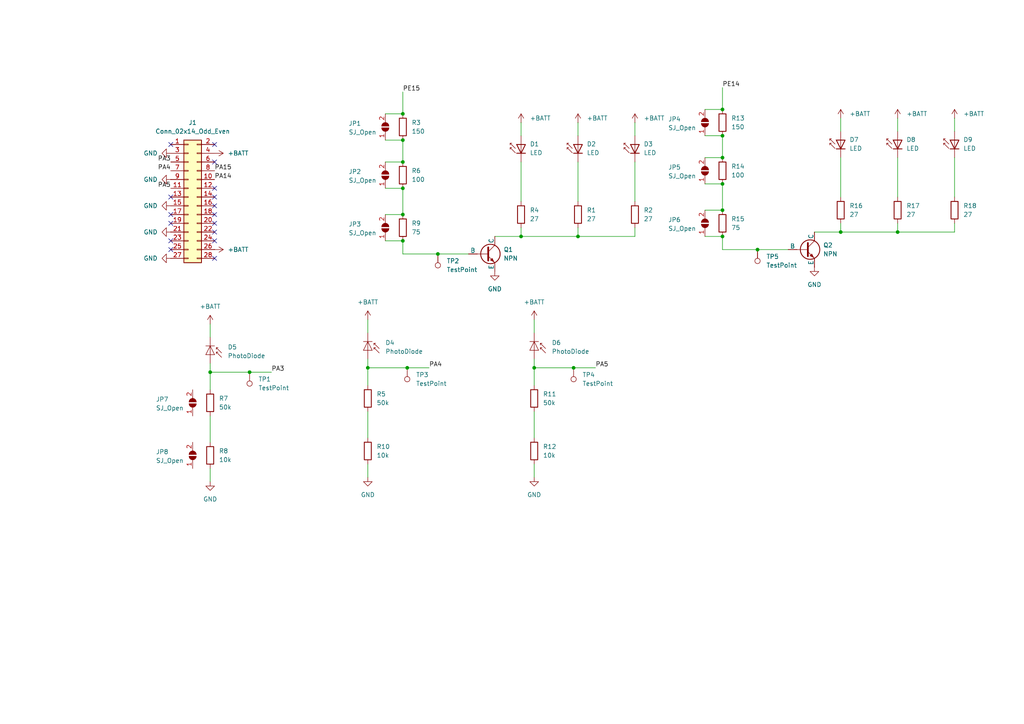
<source format=kicad_sch>
(kicad_sch (version 20231120) (generator "eeschema") (generator_version "8.0")
  (paper "A4")
  (lib_symbols
    (symbol "Connector:TestPoint" (pin_numbers hide) (pin_names (offset 0.762) hide)
      (property "Reference" "TP" (at 0 6.858 0))
      (property "Value" "TestPoint" (at 0 5.08 0))
      (symbol "TestPoint_0_1"
        (circle (center 0 3.302) (radius 0.762))
      )
      (symbol "TestPoint_1_1"
        (pin passive line (at 0 0 90) (length 2.54) (name "1") (number "1"))
      )
    )
    (symbol "Connector_Generic:Conn_02x14_Odd_Even" (pin_names (offset 1.016) hide)
      (property "Reference" "J" (at 1.27 17.78 0))
      (property "Value" "Conn_02x14_Odd_Even" (at 1.27 -20.32 0))
      (symbol "Conn_02x14_Odd_Even_1_1"
        (rectangle (start -1.27 -17.653) (end 0 -17.907) (stroke (width 0.1524)))
        (rectangle (start -1.27 -15.113) (end 0 -15.367) (stroke (width 0.1524)))
        (rectangle (start -1.27 -12.573) (end 0 -12.827) (stroke (width 0.1524)))
        (rectangle (start -1.27 -10.033) (end 0 -10.287) (stroke (width 0.1524)))
        (rectangle (start -1.27 -7.493) (end 0 -7.747) (stroke (width 0.1524)))
        (rectangle (start -1.27 -4.953) (end 0 -5.207) (stroke (width 0.1524)))
        (rectangle (start -1.27 -2.413) (end 0 -2.667) (stroke (width 0.1524)))
        (rectangle (start -1.27 0.127) (end 0 -0.127) (stroke (width 0.1524)))
        (rectangle (start -1.27 2.667) (end 0 2.413) (stroke (width 0.1524)))
        (rectangle (start -1.27 5.207) (end 0 4.953) (stroke (width 0.1524)))
        (rectangle (start -1.27 7.747) (end 0 7.493) (stroke (width 0.1524)))
        (rectangle (start -1.27 10.287) (end 0 10.033) (stroke (width 0.1524)))
        (rectangle (start -1.27 12.827) (end 0 12.573) (stroke (width 0.1524)))
        (rectangle (start -1.27 15.367) (end 0 15.113) (stroke (width 0.1524)))
        (rectangle (start -1.27 16.51) (end 3.81 -19.05) (stroke (width 0.254)) (fill (type background)))
        (rectangle (start 3.81 -17.653) (end 2.54 -17.907) (stroke (width 0.1524)))
        (rectangle (start 3.81 -15.113) (end 2.54 -15.367) (stroke (width 0.1524)))
        (rectangle (start 3.81 -12.573) (end 2.54 -12.827) (stroke (width 0.1524)))
        (rectangle (start 3.81 -10.033) (end 2.54 -10.287) (stroke (width 0.1524)))
        (rectangle (start 3.81 -7.493) (end 2.54 -7.747) (stroke (width 0.1524)))
        (rectangle (start 3.81 -4.953) (end 2.54 -5.207) (stroke (width 0.1524)))
        (rectangle (start 3.81 -2.413) (end 2.54 -2.667) (stroke (width 0.1524)))
        (rectangle (start 3.81 0.127) (end 2.54 -0.127) (stroke (width 0.1524)))
        (rectangle (start 3.81 2.667) (end 2.54 2.413) (stroke (width 0.1524)))
        (rectangle (start 3.81 5.207) (end 2.54 4.953) (stroke (width 0.1524)))
        (rectangle (start 3.81 7.747) (end 2.54 7.493) (stroke (width 0.1524)))
        (rectangle (start 3.81 10.287) (end 2.54 10.033) (stroke (width 0.1524)))
        (rectangle (start 3.81 12.827) (end 2.54 12.573) (stroke (width 0.1524)))
        (rectangle (start 3.81 15.367) (end 2.54 15.113) (stroke (width 0.1524)))
        (pin passive line (at -5.08 15.24 0) (length 3.81) (name "Pin_1") (number "1"))
        (pin passive line (at 7.62 5.08 180) (length 3.81) (name "Pin_10") (number "10"))
        (pin passive line (at -5.08 2.54 0) (length 3.81) (name "Pin_11") (number "11"))
        (pin passive line (at 7.62 2.54 180) (length 3.81) (name "Pin_12") (number "12"))
        (pin passive line (at -5.08 0 0) (length 3.81) (name "Pin_13") (number "13"))
        (pin passive line (at 7.62 0 180) (length 3.81) (name "Pin_14") (number "14"))
        (pin passive line (at -5.08 -2.54 0) (length 3.81) (name "Pin_15") (number "15"))
        (pin passive line (at 7.62 -2.54 180) (length 3.81) (name "Pin_16") (number "16"))
        (pin passive line (at -5.08 -5.08 0) (length 3.81) (name "Pin_17") (number "17"))
        (pin passive line (at 7.62 -5.08 180) (length 3.81) (name "Pin_18") (number "18"))
        (pin passive line (at -5.08 -7.62 0) (length 3.81) (name "Pin_19") (number "19"))
        (pin passive line (at 7.62 15.24 180) (length 3.81) (name "Pin_2") (number "2"))
        (pin passive line (at 7.62 -7.62 180) (length 3.81) (name "Pin_20") (number "20"))
        (pin passive line (at -5.08 -10.16 0) (length 3.81) (name "Pin_21") (number "21"))
        (pin passive line (at 7.62 -10.16 180) (length 3.81) (name "Pin_22") (number "22"))
        (pin passive line (at -5.08 -12.7 0) (length 3.81) (name "Pin_23") (number "23"))
        (pin passive line (at 7.62 -12.7 180) (length 3.81) (name "Pin_24") (number "24"))
        (pin passive line (at -5.08 -15.24 0) (length 3.81) (name "Pin_25") (number "25"))
        (pin passive line (at 7.62 -15.24 180) (length 3.81) (name "Pin_26") (number "26"))
        (pin passive line (at -5.08 -17.78 0) (length 3.81) (name "Pin_27") (number "27"))
        (pin passive line (at 7.62 -17.78 180) (length 3.81) (name "Pin_28") (number "28"))
        (pin passive line (at -5.08 12.7 0) (length 3.81) (name "Pin_3") (number "3"))
        (pin passive line (at 7.62 12.7 180) (length 3.81) (name "Pin_4") (number "4"))
        (pin passive line (at -5.08 10.16 0) (length 3.81) (name "Pin_5") (number "5"))
        (pin passive line (at 7.62 10.16 180) (length 3.81) (name "Pin_6") (number "6"))
        (pin passive line (at -5.08 7.62 0) (length 3.81) (name "Pin_7") (number "7"))
        (pin passive line (at 7.62 7.62 180) (length 3.81) (name "Pin_8") (number "8"))
        (pin passive line (at -5.08 5.08 0) (length 3.81) (name "Pin_9") (number "9"))
      )
    )
    (symbol "Device:R" (pin_numbers hide) (pin_names (offset 0))
      (property "Reference" "R" (at 2.032 0 90))
      (property "Value" "R" (at 0 0 90))
      (symbol "R_0_1"
        (rectangle (start -1.016 -2.54) (end 1.016 2.54) (stroke (width 0.254)))
      )
      (symbol "R_1_1"
        (pin passive line (at 0 3.81 270) (length 1.27) (name "~") (number "1"))
        (pin passive line (at 0 -3.81 90) (length 1.27) (name "~") (number "2"))
      )
    )
    (symbol "Jumper:SolderJumper_2_Open" (pin_names (offset 0) hide)
      (property "Reference" "JP" (at 0 2.032 0))
      (property "Value" "SolderJumper_2_Open" (at 0 -2.54 0))
      (symbol "SolderJumper_2_Open_0_1"
        (arc (start -0.254 1.016) (mid -1.2656 0) (end -0.254 -1.016))
        (arc (start -0.254 1.016) (mid -1.2656 0) (end -0.254 -1.016) (fill (type outline)))
        (polyline (pts (xy -0.254 1.016) (xy -0.254 -1.016)))
        (polyline (pts (xy 0.254 1.016) (xy 0.254 -1.016)))
        (arc (start 0.254 -1.016) (mid 1.2656 0) (end 0.254 1.016))
        (arc (start 0.254 -1.016) (mid 1.2656 0) (end 0.254 1.016) (fill (type outline)))
      )
      (symbol "SolderJumper_2_Open_1_1"
        (pin passive line (at -3.81 0 0) (length 2.54) (name "A") (number "1"))
        (pin passive line (at 3.81 0 180) (length 2.54) (name "B") (number "2"))
      )
    )
    (symbol "LED:TSAL4400" (pin_numbers hide) (pin_names (offset 1.016) hide)
      (property "Reference" "D" (at 0.508 1.778 0))
      (property "Value" "TSAL4400" (at -1.016 -2.794 0))
      (symbol "TSAL4400_0_1"
        (polyline (pts (xy -2.54 1.27) (xy -2.54 -1.27)) (stroke (width 0.254)))
        (polyline (pts (xy 0 0) (xy -2.54 0)))
        (polyline (pts (xy 0.381 3.175) (xy -0.127 3.175)))
        (polyline (pts (xy -1.143 1.651) (xy 0.381 3.175) (xy 0.381 2.667)))
        (polyline (pts (xy 0 1.27) (xy -2.54 0) (xy 0 -1.27) (xy 0 1.27)) (stroke (width 0.254)))
        (polyline (pts (xy -2.413 1.651) (xy -0.889 3.175) (xy -0.889 2.667) (xy -0.889 3.175) (xy -1.397 3.175)))
      )
      (symbol "TSAL4400_1_1"
        (pin passive line (at -5.08 0 0) (length 2.54) (name "K") (number "1"))
        (pin passive line (at 2.54 0 180) (length 2.54) (name "A") (number "2"))
      )
    )
    (symbol "Sensor_Optical:SFH205F" (pin_numbers hide) (pin_names (offset 1.016) hide)
      (property "Reference" "D" (at 0.508 1.778 0))
      (property "Value" "SFH205F" (at -1.016 -2.794 0))
      (symbol "SFH205F_0_1"
        (polyline (pts (xy -2.54 1.27) (xy -2.54 -1.27)) (stroke (width 0.1524)))
        (polyline (pts (xy -2.032 1.778) (xy -1.524 1.778)))
        (polyline (pts (xy 0 0) (xy -2.54 0)))
        (polyline (pts (xy 0 1.27) (xy 0 -1.27)))
        (polyline (pts (xy -0.508 3.302) (xy -2.032 1.778) (xy -2.032 2.286)))
        (polyline (pts (xy 0 1.27) (xy -2.54 0) (xy 0 -1.27)))
        (polyline (pts (xy 0.762 3.302) (xy -0.762 1.778) (xy -0.762 2.286) (xy -0.762 1.778) (xy -0.254 1.778)))
      )
      (symbol "SFH205F_1_1"
        (pin passive line (at -5.08 0 0) (length 2.54) (name "K") (number "1"))
        (pin passive line (at 2.54 0 180) (length 2.54) (name "A") (number "2"))
      )
    )
    (symbol "Simulation_SPICE:NPN" (pin_numbers hide) (pin_names (offset 0))
      (property "Reference" "Q" (at -2.54 7.62 0))
      (property "Value" "NPN" (at -2.54 5.08 0))
      (symbol "NPN_0_1"
        (polyline (pts (xy -2.54 0) (xy 0.635 0)) (stroke (width 0.1524)))
        (polyline (pts (xy 0.635 0.635) (xy 2.54 2.54)))
        (polyline (pts (xy 2.794 -1.27) (xy 2.794 -1.27)) (stroke (width 0.1524)))
        (polyline (pts (xy 2.794 -1.27) (xy 2.794 -1.27)) (stroke (width 0.1524)))
        (polyline (pts (xy 0.635 -0.635) (xy 2.54 -2.54) (xy 2.54 -2.54)))
        (polyline (pts (xy 0.635 1.905) (xy 0.635 -1.905) (xy 0.635 -1.905)) (stroke (width 0.508)))
        (polyline (pts (xy 1.27 -1.778) (xy 1.778 -1.27) (xy 2.286 -2.286) (xy 1.27 -1.778) (xy 1.27 -1.778)) (fill (type outline)))
        (circle (center 1.27 0) (radius 2.8194) (stroke (width 0.254)))
      )
      (symbol "NPN_1_1"
        (pin open_collector line (at 2.54 5.08 270) (length 2.54) (name "C") (number "1"))
        (pin input line (at -5.08 0 0) (length 2.54) (name "B") (number "2"))
        (pin open_emitter line (at 2.54 -5.08 90) (length 2.54) (name "E") (number "3"))
      )
    )
    (symbol "power:+BATT" (power) (pin_numbers hide) (pin_names (offset 0) hide)
      (property "Value" "+BATT" (at 0 3.556 0))
      (symbol "+BATT_0_1"
        (polyline (pts (xy -0.762 1.27) (xy 0 2.54)))
        (polyline (pts (xy 0 0) (xy 0 2.54)))
        (polyline (pts (xy 0 2.54) (xy 0.762 1.27)))
      )
      (symbol "+BATT_1_1"
        (pin power_in line (at 0 0 90) (length 0) (name "~") (number "1"))
      )
    )
    (symbol "power:GND" (power) (pin_numbers hide) (pin_names (offset 0) hide)
      (property "Value" "GND" (at 0 -3.81 0))
      (symbol "GND_0_1"
        (polyline (pts (xy 0 0) (xy 0 -1.27) (xy 1.27 -1.27) (xy 0 -2.54) (xy -1.27 -1.27) (xy 0 -1.27)))
      )
      (symbol "GND_1_1"
        (pin power_in line (at 0 0 270) (length 0) (name "~") (number "1"))
      )
    )
    (symbol "power:VCC" (power) (pin_numbers hide) (pin_names (offset 0) hide)
      (property "Value" "VCC" (at 0 3.556 0))
      (symbol "VCC_0_1"
        (polyline (pts (xy -0.762 1.27) (xy 0 2.54)))
        (polyline (pts (xy 0 0) (xy 0 2.54)))
        (polyline (pts (xy 0 2.54) (xy 0.762 1.27)))
      )
      (symbol "VCC_1_1"
        (pin power_in line (at 0 0 90) (length 0) (name "~") (number "1"))
      )
    )
  )
  (junction (at 166.37 106.68))
  (junction (at 260.35 67.31))
  (junction (at 116.84 33.02))
  (junction (at 209.55 39.37))
  (junction (at 209.55 53.34))
  (junction (at 209.55 31.75))
  (junction (at 106.68 106.68))
  (junction (at 72.39 107.95))
  (junction (at 243.84 67.31))
  (junction (at 60.96 107.95))
  (junction (at 209.55 45.72))
  (junction (at 118.11 106.68))
  (junction (at 209.55 68.58))
  (junction (at 116.84 54.61))
  (junction (at 116.84 40.64))
  (junction (at 167.64 68.58))
  (junction (at 151.13 68.58))
  (junction (at 154.94 106.68))
  (junction (at 116.84 69.85))
  (junction (at 116.84 46.99))
  (junction (at 219.71 72.39))
  (junction (at 127 73.66))
  (junction (at 116.84 62.23))
  (junction (at 209.55 60.96))
  (no_connect (at 62.23 67.31))
  (no_connect (at 62.23 59.69))
  (no_connect (at 62.23 46.99))
  (no_connect (at 62.23 54.61))
  (no_connect (at 49.53 64.77))
  (no_connect (at 49.53 69.85))
  (no_connect (at 49.53 72.39))
  (no_connect (at 62.23 64.77))
  (no_connect (at 62.23 74.93))
  (no_connect (at 62.23 41.91))
  (no_connect (at 49.53 57.15))
  (no_connect (at 49.53 41.91))
  (no_connect (at 62.23 57.15))
  (no_connect (at 62.23 62.23))
  (no_connect (at 49.53 62.23))
  (no_connect (at 62.23 69.85))
  (wire (pts (xy 111.76 54.61) (xy 116.84 54.61)))
  (wire (pts (xy 204.47 53.34) (xy 209.55 53.34)))
  (wire (pts (xy 118.11 106.68) (xy 124.46 106.68)))
  (wire (pts (xy 151.13 35.56) (xy 151.13 39.37)))
  (wire (pts (xy 209.55 45.72) (xy 209.55 39.37)))
  (wire (pts (xy 111.76 69.85) (xy 116.84 69.85)))
  (wire (pts (xy 204.47 45.72) (xy 209.55 45.72)))
  (wire (pts (xy 154.94 106.68) (xy 166.37 106.68)))
  (wire (pts (xy 106.68 134.62) (xy 106.68 138.43)))
  (wire (pts (xy 116.84 54.61) (xy 116.84 62.23)))
  (wire (pts (xy 209.55 68.58) (xy 209.55 72.39)))
  (wire (pts (xy 111.76 62.23) (xy 116.84 62.23)))
  (wire (pts (xy 236.22 67.31) (xy 243.84 67.31)))
  (wire (pts (xy 60.96 135.89) (xy 60.96 139.7)))
  (wire (pts (xy 167.64 66.04) (xy 167.64 68.58)))
  (wire (pts (xy 260.35 34.29) (xy 260.35 38.1)))
  (wire (pts (xy 154.94 92.71) (xy 154.94 96.52)))
  (wire (pts (xy 209.55 25.4) (xy 209.55 31.75)))
  (wire (pts (xy 204.47 60.96) (xy 209.55 60.96)))
  (wire (pts (xy 72.39 107.95) (xy 78.74 107.95)))
  (wire (pts (xy 60.96 93.98) (xy 60.96 97.79)))
  (wire (pts (xy 260.35 64.77) (xy 260.35 67.31)))
  (wire (pts (xy 243.84 34.29) (xy 243.84 38.1)))
  (wire (pts (xy 276.86 45.72) (xy 276.86 57.15)))
  (wire (pts (xy 154.94 119.38) (xy 154.94 127)))
  (wire (pts (xy 151.13 66.04) (xy 151.13 68.58)))
  (wire (pts (xy 154.94 106.68) (xy 154.94 111.76)))
  (wire (pts (xy 116.84 46.99) (xy 116.84 40.64)))
  (wire (pts (xy 219.71 72.39) (xy 228.6 72.39)))
  (wire (pts (xy 60.96 105.41) (xy 60.96 107.95)))
  (wire (pts (xy 276.86 34.29) (xy 276.86 38.1)))
  (wire (pts (xy 111.76 46.99) (xy 116.84 46.99)))
  (wire (pts (xy 243.84 64.77) (xy 243.84 67.31)))
  (wire (pts (xy 167.64 68.58) (xy 184.15 68.58)))
  (wire (pts (xy 204.47 68.58) (xy 209.55 68.58)))
  (wire (pts (xy 60.96 120.65) (xy 60.96 128.27)))
  (wire (pts (xy 166.37 106.68) (xy 172.72 106.68)))
  (wire (pts (xy 184.15 66.04) (xy 184.15 68.58)))
  (wire (pts (xy 143.51 68.58) (xy 151.13 68.58)))
  (wire (pts (xy 184.15 46.99) (xy 184.15 58.42)))
  (wire (pts (xy 127 73.66) (xy 135.89 73.66)))
  (wire (pts (xy 106.68 119.38) (xy 106.68 127)))
  (wire (pts (xy 276.86 64.77) (xy 276.86 67.31)))
  (wire (pts (xy 60.96 107.95) (xy 72.39 107.95)))
  (wire (pts (xy 167.64 46.99) (xy 167.64 58.42)))
  (wire (pts (xy 154.94 134.62) (xy 154.94 138.43)))
  (wire (pts (xy 204.47 39.37) (xy 209.55 39.37)))
  (wire (pts (xy 151.13 68.58) (xy 167.64 68.58)))
  (wire (pts (xy 151.13 46.99) (xy 151.13 58.42)))
  (wire (pts (xy 116.84 73.66) (xy 127 73.66)))
  (wire (pts (xy 116.84 26.67) (xy 116.84 33.02)))
  (wire (pts (xy 106.68 104.14) (xy 106.68 106.68)))
  (wire (pts (xy 167.64 35.56) (xy 167.64 39.37)))
  (wire (pts (xy 260.35 45.72) (xy 260.35 57.15)))
  (wire (pts (xy 60.96 107.95) (xy 60.96 113.03)))
  (wire (pts (xy 111.76 40.64) (xy 116.84 40.64)))
  (wire (pts (xy 243.84 67.31) (xy 260.35 67.31)))
  (wire (pts (xy 204.47 31.75) (xy 209.55 31.75)))
  (wire (pts (xy 184.15 35.56) (xy 184.15 39.37)))
  (wire (pts (xy 111.76 33.02) (xy 116.84 33.02)))
  (wire (pts (xy 154.94 104.14) (xy 154.94 106.68)))
  (wire (pts (xy 116.84 69.85) (xy 116.84 73.66)))
  (wire (pts (xy 243.84 45.72) (xy 243.84 57.15)))
  (wire (pts (xy 106.68 106.68) (xy 118.11 106.68)))
  (wire (pts (xy 209.55 72.39) (xy 219.71 72.39)))
  (wire (pts (xy 106.68 92.71) (xy 106.68 96.52)))
  (wire (pts (xy 260.35 67.31) (xy 276.86 67.31)))
  (wire (pts (xy 106.68 106.68) (xy 106.68 111.76)))
  (wire (pts (xy 209.55 53.34) (xy 209.55 60.96)))
  (label "PA3" (at 78.74 107.95 0))
  (label "PE14" (at 209.55 25.4 0))
  (label "PA3" (at 49.53 46.99 180))
  (label "PA4" (at 49.53 49.53 180))
  (label "PA5" (at 172.72 106.68 0))
  (label "PE15" (at 116.84 26.67 0))
  (label "PA5" (at 49.53 54.61 180))
  (label "PA14" (at 62.23 52.07 0))
  (label "PA15" (at 62.23 49.53 0))
  (label "PA4" (at 124.46 106.68 0))
  (symbol (lib_id "Sensor_Optical:SFH205F") (at 60.96 102.87 270) (unit 1)
    (property "Reference" "D5" (at 66.04 100.6728 90) (effects (justify left)))
    (property "Value" "PhotoDiode" (at 66.04 103.2128 90) (effects (justify left)))
    (property "Footprint" "LED_THT:LED_D5.0mm_Horizontal_O1.27mm_Z3.0mm" (effects (hide yes)))
  )
  (symbol (lib_id "Connector:TestPoint") (at 166.37 106.68 180) (unit 1)
    (property "Reference" "TP4" (at 168.91 108.7119 0) (effects (justify right)))
    (property "Value" "TestPoint" (at 168.91 111.2519 0) (effects (justify right)))
    (property "Description" "test point" (effects (hide yes)))
  )
  (symbol (lib_id "power:+BATT") (at 60.96 93.98 0) (unit 1)
    (property "Reference" "#PWR010" (effects (hide yes)))
    (property "Value" "+BATT" (at 60.96 88.9 0))
    (property "Description" "Power symbol creates a global label with name \"+BATT\"" (effects (hide yes)))
  )
  (symbol (lib_id "Device:R") (at 260.35 60.96 0) (unit 1)
    (property "Reference" "R17" (at 262.89 59.6899 0) (effects (justify left)))
    (property "Value" "27" (at 262.89 62.2299 0) (effects (justify left)))
    (property "Description" "Resistor" (effects (hide yes)))
  )
  (symbol (lib_id "Device:R") (at 154.94 130.81 0) (unit 1)
    (property "Reference" "R12" (at 157.48 129.5399 0) (effects (justify left)))
    (property "Value" "10k" (at 157.48 132.0799 0) (effects (justify left)))
    (property "Description" "Resistor" (effects (hide yes)))
  )
  (symbol (lib_id "LED:TSAL4400") (at 260.35 40.64 90) (unit 1)
    (property "Reference" "D8" (at 262.89 40.5129 90) (effects (justify right)))
    (property "Value" "LED" (at 262.89 43.0529 90) (effects (justify right)))
    (property "Footprint" "LED_THT:LED_SideEmitter_Rectangular_W4.5mm_H1.6mm" (effects (hide yes)))
  )
  (symbol (lib_id "Sensor_Optical:SFH205F") (at 106.68 101.6 270) (unit 1)
    (property "Reference" "D4" (at 111.76 99.4028 90) (effects (justify left)))
    (property "Value" "PhotoDiode" (at 111.76 101.9428 90) (effects (justify left)))
    (property "Footprint" "LED_THT:LED_D5.0mm_Horizontal_O1.27mm_Z3.0mm" (effects (hide yes)))
  )
  (symbol (lib_id "LED:TSAL4400") (at 151.13 41.91 90) (unit 1)
    (property "Reference" "D1" (at 153.67 41.7829 90) (effects (justify right)))
    (property "Value" "LED" (at 153.67 44.3229 90) (effects (justify right)))
    (property "Footprint" "LED_THT:LED_SideEmitter_Rectangular_W4.5mm_H1.6mm" (effects (hide yes)))
  )
  (symbol (lib_id "power:GND") (at 49.53 44.45 270) (unit 1)
    (property "Reference" "#PWR015" (effects (hide yes)))
    (property "Value" "GND" (at 45.72 44.4499 90) (effects (justify right)))
    (property "Description" "Power symbol creates a global label with name \"GND\" , ground" (effects (hide yes)))
  )
  (symbol (lib_id "power:+BATT") (at 106.68 92.71 0) (unit 1)
    (property "Reference" "#PWR05" (effects (hide yes)))
    (property "Value" "+BATT" (at 106.68 87.63 0))
    (property "Description" "Power symbol creates a global label with name \"+BATT\"" (effects (hide yes)))
  )
  (symbol (lib_id "Connector:TestPoint") (at 219.71 72.39 180) (unit 1)
    (property "Reference" "TP5" (at 222.25 74.4219 0) (effects (justify right)))
    (property "Value" "TestPoint" (at 222.25 76.9619 0) (effects (justify right)))
    (property "Description" "test point" (effects (hide yes)))
  )
  (symbol (lib_id "power:GND") (at 60.96 139.7 0) (unit 1)
    (property "Reference" "#PWR011" (effects (hide yes)))
    (property "Value" "GND" (at 60.96 144.78 0))
    (property "Description" "Power symbol creates a global label with name \"GND\" , ground" (effects (hide yes)))
  )
  (symbol (lib_id "Device:R") (at 167.64 62.23 0) (unit 1)
    (property "Reference" "R1" (at 170.18 60.9599 0) (effects (justify left)))
    (property "Value" "27" (at 170.18 63.4999 0) (effects (justify left)))
    (property "Footprint" "Resistor_SMD:R_0805_2012Metric" (effects (hide yes)))
    (property "Description" "Resistor" (effects (hide yes)))
  )
  (symbol (lib_id "Device:R") (at 116.84 36.83 0) (unit 1)
    (property "Reference" "R3" (at 119.38 35.5599 0) (effects (justify left)))
    (property "Value" "150" (at 119.38 38.0999 0) (effects (justify left)))
    (property "Footprint" "Resistor_SMD:R_0805_2012Metric" (effects (hide yes)))
    (property "Description" "Resistor" (effects (hide yes)))
  )
  (symbol (lib_id "Device:R") (at 209.55 64.77 0) (unit 1)
    (property "Reference" "R15" (at 212.09 63.4999 0) (effects (justify left)))
    (property "Value" "75" (at 212.09 66.0399 0) (effects (justify left)))
    (property "Description" "Resistor" (effects (hide yes)))
  )
  (symbol (lib_id "Device:R") (at 276.86 60.96 0) (unit 1)
    (property "Reference" "R18" (at 279.4 59.6899 0) (effects (justify left)))
    (property "Value" "27" (at 279.4 62.2299 0) (effects (justify left)))
    (property "Description" "Resistor" (effects (hide yes)))
  )
  (symbol (lib_id "Device:R") (at 154.94 115.57 0) (unit 1)
    (property "Reference" "R11" (at 157.48 114.2999 0) (effects (justify left)))
    (property "Value" "50k" (at 157.48 116.8399 0) (effects (justify left)))
    (property "Description" "Resistor" (effects (hide yes)))
  )
  (symbol (lib_id "Connector:TestPoint") (at 127 73.66 180) (unit 1)
    (property "Reference" "TP2" (at 129.54 75.6919 0) (effects (justify right)))
    (property "Value" "TestPoint" (at 129.54 78.2319 0) (effects (justify right)))
    (property "Description" "test point" (effects (hide yes)))
  )
  (symbol (lib_id "power:VCC") (at 276.86 34.29 0) (unit 1)
    (property "Reference" "#PWR021" (effects (hide yes)))
    (property "Value" "+BATT" (at 279.4 33.0199 0) (effects (justify left)))
    (property "Description" "Power symbol creates a global label with name \"VCC\"" (effects (hide yes)))
  )
  (symbol (lib_id "power:GND") (at 143.51 78.74 0) (unit 1)
    (property "Reference" "#PWR04" (effects (hide yes)))
    (property "Value" "GND" (at 143.51 83.82 0))
    (property "Description" "Power symbol creates a global label with name \"GND\" , ground" (effects (hide yes)))
  )
  (symbol (lib_id "Jumper:SolderJumper_2_Open") (at 204.47 64.77 90) (unit 1)
    (property "Reference" "JP6" (at 193.802 63.754 90) (effects (justify right)))
    (property "Value" "SJ_Open" (at 193.802 66.294 90) (effects (justify right)))
    (property "Description" "Solder Jumper, 2-pole, open" (effects (hide yes)))
  )
  (symbol (lib_id "power:VCC") (at 184.15 35.56 0) (unit 1)
    (property "Reference" "#PWR03" (effects (hide yes)))
    (property "Value" "+BATT" (at 186.69 34.2899 0) (effects (justify left)))
    (property "Description" "Power symbol creates a global label with name \"VCC\"" (effects (hide yes)))
  )
  (symbol (lib_id "power:GND") (at 49.53 67.31 270) (unit 1)
    (property "Reference" "#PWR012" (effects (hide yes)))
    (property "Value" "GND" (at 45.72 67.3099 90) (effects (justify right)))
    (property "Description" "Power symbol creates a global label with name \"GND\" , ground" (effects (hide yes)))
  )
  (symbol (lib_id "Simulation_SPICE:NPN") (at 233.68 72.39 0) (unit 1)
    (property "Reference" "Q2" (at 238.76 71.1199 0) (effects (justify left)))
    (property "Value" "NPN" (at 238.76 73.6599 0) (effects (justify left)))
    (property "Datasheet" "https://ngspice.sourceforge.io/docs/ngspice-html-manual/manual.xhtml#cha_BJTs" (effects (hide yes)))
    (property "Description" "Bipolar transistor symbol for simulation only, substrate tied to the emitter" (effects (hide yes)))
    (property "Sim.Device" "NPN" (effects (hide yes)))
    (property "Sim.Type" "GUMMELPOON" (effects (hide yes)))
    (property "Sim.Pins" "1=C 2=B 3=E" (effects (hide yes)))
  )
  (symbol (lib_id "power:GND") (at 106.68 138.43 0) (unit 1)
    (property "Reference" "#PWR06" (effects (hide yes)))
    (property "Value" "GND" (at 106.68 143.51 0))
    (property "Description" "Power symbol creates a global label with name \"GND\" , ground" (effects (hide yes)))
  )
  (symbol (lib_id "Device:R") (at 184.15 62.23 0) (unit 1)
    (property "Reference" "R2" (at 186.69 60.9599 0) (effects (justify left)))
    (property "Value" "27" (at 186.69 63.4999 0) (effects (justify left)))
    (property "Footprint" "Resistor_SMD:R_0805_2012Metric" (effects (hide yes)))
    (property "Description" "Resistor" (effects (hide yes)))
  )
  (symbol (lib_id "Device:R") (at 209.55 49.53 0) (unit 1)
    (property "Reference" "R14" (at 212.09 48.2599 0) (effects (justify left)))
    (property "Value" "100" (at 212.09 50.7999 0) (effects (justify left)))
    (property "Description" "Resistor" (effects (hide yes)))
  )
  (symbol (lib_id "power:VCC") (at 243.84 34.29 0) (unit 1)
    (property "Reference" "#PWR019" (effects (hide yes)))
    (property "Value" "+BATT" (at 246.38 33.0199 0) (effects (justify left)))
    (property "Description" "Power symbol creates a global label with name \"VCC\"" (effects (hide yes)))
  )
  (symbol (lib_id "Jumper:SolderJumper_2_Open") (at 204.47 35.56 90) (unit 1)
    (property "Reference" "JP4" (at 193.802 34.544 90) (effects (justify right)))
    (property "Value" "SJ_Open" (at 193.802 37.084 90) (effects (justify right)))
    (property "Description" "Solder Jumper, 2-pole, open" (effects (hide yes)))
  )
  (symbol (lib_id "power:GND") (at 49.53 74.93 270) (unit 1)
    (property "Reference" "#PWR09" (effects (hide yes)))
    (property "Value" "GND" (at 45.72 74.9299 90) (effects (justify right)))
    (property "Description" "Power symbol creates a global label with name \"GND\" , ground" (effects (hide yes)))
  )
  (symbol (lib_id "power:+BATT") (at 62.23 44.45 270) (unit 1)
    (property "Reference" "#PWR016" (effects (hide yes)))
    (property "Value" "+BATT" (at 66.04 44.4499 90) (effects (justify left)))
    (property "Description" "Power symbol creates a global label with name \"+BATT\"" (effects (hide yes)))
  )
  (symbol (lib_id "Device:R") (at 106.68 115.57 0) (unit 1)
    (property "Reference" "R5" (at 109.22 114.2999 0) (effects (justify left)))
    (property "Value" "50k" (at 109.22 116.8399 0) (effects (justify left)))
    (property "Description" "Resistor" (effects (hide yes)))
  )
  (symbol (lib_id "power:VCC") (at 167.64 35.56 0) (unit 1)
    (property "Reference" "#PWR02" (effects (hide yes)))
    (property "Value" "+BATT" (at 170.18 34.2899 0) (effects (justify left)))
    (property "Description" "Power symbol creates a global label with name \"VCC\"" (effects (hide yes)))
  )
  (symbol (lib_id "Device:R") (at 116.84 66.04 0) (unit 1)
    (property "Reference" "R9" (at 119.38 64.7699 0) (effects (justify left)))
    (property "Value" "75" (at 119.38 67.3099 0) (effects (justify left)))
    (property "Footprint" "Resistor_SMD:R_0805_2012Metric" (effects (hide yes)))
    (property "Description" "Resistor" (effects (hide yes)))
  )
  (symbol (lib_id "LED:TSAL4400") (at 167.64 41.91 90) (unit 1)
    (property "Reference" "D2" (at 170.18 41.7829 90) (effects (justify right)))
    (property "Value" "LED" (at 170.18 44.3229 90) (effects (justify right)))
    (property "Footprint" "LED_THT:LED_SideEmitter_Rectangular_W4.5mm_H1.6mm" (effects (hide yes)))
  )
  (symbol (lib_id "Jumper:SolderJumper_2_Open") (at 111.76 66.04 90) (unit 1)
    (property "Reference" "JP3" (at 101.092 65.024 90) (effects (justify right)))
    (property "Value" "SJ_Open" (at 101.092 67.564 90) (effects (justify right)))
    (property "Footprint" "Jumper:SolderJumper-2_P1.3mm_Open_RoundedPad1.0x1.5mm" (effects (hide yes)))
    (property "Description" "Solder Jumper, 2-pole, open" (effects (hide yes)))
  )
  (symbol (lib_id "power:VCC") (at 151.13 35.56 0) (unit 1)
    (property "Reference" "#PWR01" (effects (hide yes)))
    (property "Value" "+BATT" (at 153.67 34.2899 0) (effects (justify left)))
    (property "Description" "Power symbol creates a global label with name \"VCC\"" (effects (hide yes)))
  )
  (symbol (lib_id "power:VCC") (at 260.35 34.29 0) (unit 1)
    (property "Reference" "#PWR020" (effects (hide yes)))
    (property "Value" "+BATT" (at 262.89 33.0199 0) (effects (justify left)))
    (property "Description" "Power symbol creates a global label with name \"VCC\"" (effects (hide yes)))
  )
  (symbol (lib_id "Connector:TestPoint") (at 72.39 107.95 180) (unit 1)
    (property "Reference" "TP1" (at 74.93 109.9819 0) (effects (justify right)))
    (property "Value" "TestPoint" (at 74.93 112.5219 0) (effects (justify right)))
    (property "Description" "test point" (effects (hide yes)))
  )
  (symbol (lib_id "power:+BATT") (at 154.94 92.71 0) (unit 1)
    (property "Reference" "#PWR07" (effects (hide yes)))
    (property "Value" "+BATT" (at 154.94 87.63 0))
    (property "Description" "Power symbol creates a global label with name \"+BATT\"" (effects (hide yes)))
  )
  (symbol (lib_id "Device:R") (at 243.84 60.96 0) (unit 1)
    (property "Reference" "R16" (at 246.38 59.6899 0) (effects (justify left)))
    (property "Value" "27" (at 246.38 62.2299 0) (effects (justify left)))
    (property "Description" "Resistor" (effects (hide yes)))
  )
  (symbol (lib_id "Device:R") (at 209.55 35.56 0) (unit 1)
    (property "Reference" "R13" (at 212.09 34.2899 0) (effects (justify left)))
    (property "Value" "150" (at 212.09 36.8299 0) (effects (justify left)))
    (property "Description" "Resistor" (effects (hide yes)))
  )
  (symbol (lib_id "Device:R") (at 116.84 50.8 0) (unit 1)
    (property "Reference" "R6" (at 119.38 49.5299 0) (effects (justify left)))
    (property "Value" "100" (at 119.38 52.0699 0) (effects (justify left)))
    (property "Footprint" "Resistor_SMD:R_0805_2012Metric" (effects (hide yes)))
    (property "Description" "Resistor" (effects (hide yes)))
  )
  (symbol (lib_id "power:GND") (at 49.53 59.69 270) (unit 1)
    (property "Reference" "#PWR013" (effects (hide yes)))
    (property "Value" "GND" (at 45.72 59.6899 90) (effects (justify right)))
    (property "Description" "Power symbol creates a global label with name \"GND\" , ground" (effects (hide yes)))
  )
  (symbol (lib_id "power:+BATT") (at 62.23 72.39 270) (unit 1)
    (property "Reference" "#PWR017" (effects (hide yes)))
    (property "Value" "+BATT" (at 66.04 72.3899 90) (effects (justify left)))
    (property "Description" "Power symbol creates a global label with name \"+BATT\"" (effects (hide yes)))
  )
  (symbol (lib_id "LED:TSAL4400") (at 276.86 40.64 90) (unit 1)
    (property "Reference" "D9" (at 279.4 40.5129 90) (effects (justify right)))
    (property "Value" "LED" (at 279.4 43.0529 90) (effects (justify right)))
    (property "Footprint" "LED_THT:LED_SideEmitter_Rectangular_W4.5mm_H1.6mm" (effects (hide yes)))
  )
  (symbol (lib_id "Jumper:SolderJumper_2_Open") (at 55.88 116.84 90) (unit 1)
    (property "Reference" "JP7" (at 45.212 115.824 90) (effects (justify right)))
    (property "Value" "SJ_Open" (at 45.212 118.364 90) (effects (justify right)))
    (property "Description" "Solder Jumper, 2-pole, open" (effects (hide yes)))
  )
  (symbol (lib_id "Connector:TestPoint") (at 118.11 106.68 180) (unit 1)
    (property "Reference" "TP3" (at 120.65 108.7119 0) (effects (justify right)))
    (property "Value" "TestPoint" (at 120.65 111.2519 0) (effects (justify right)))
    (property "Description" "test point" (effects (hide yes)))
  )
  (symbol (lib_id "Jumper:SolderJumper_2_Open") (at 111.76 36.83 90) (unit 1)
    (property "Reference" "JP1" (at 101.092 35.814 90) (effects (justify right)))
    (property "Value" "SJ_Open" (at 101.092 38.354 90) (effects (justify right)))
    (property "Footprint" "Jumper:SolderJumper-2_P1.3mm_Open_RoundedPad1.0x1.5mm" (effects (hide yes)))
    (property "Description" "Solder Jumper, 2-pole, open" (effects (hide yes)))
  )
  (symbol (lib_id "power:GND") (at 49.53 52.07 270) (unit 1)
    (property "Reference" "#PWR014" (effects (hide yes)))
    (property "Value" "GND" (at 45.72 52.0699 90) (effects (justify right)))
    (property "Description" "Power symbol creates a global label with name \"GND\" , ground" (effects (hide yes)))
  )
  (symbol (lib_id "Device:R") (at 151.13 62.23 0) (unit 1)
    (property "Reference" "R4" (at 153.67 60.9599 0) (effects (justify left)))
    (property "Value" "27" (at 153.67 63.4999 0) (effects (justify left)))
    (property "Footprint" "Resistor_SMD:R_0805_2012Metric" (effects (hide yes)))
    (property "Description" "Resistor" (effects (hide yes)))
  )
  (symbol (lib_id "Connector_Generic:Conn_02x14_Odd_Even") (at 54.61 57.15 0) (unit 1)
    (property "Reference" "J1" (at 55.88 35.56 0))
    (property "Value" "Conn_02x14_Odd_Even" (at 55.88 38.1 0))
    (property "Footprint" "Connector_PinSocket_2.54mm:PinSocket_2x14_P2.54mm_Vertical" (effects (hide yes)))
    (property "Description" "Generic connector, double row, 02x14, odd/even pin numbering scheme (row 1 odd numbers, row 2 even numbers), script generated (kicad-library-utils/schlib/autogen/connector/)" (effects (hide yes)))
  )
  (symbol (lib_id "power:GND") (at 236.22 77.47 0) (unit 1)
    (property "Reference" "#PWR018" (effects (hide yes)))
    (property "Value" "GND" (at 236.22 82.55 0))
    (property "Description" "Power symbol creates a global label with name \"GND\" , ground" (effects (hide yes)))
  )
  (symbol (lib_id "Jumper:SolderJumper_2_Open") (at 111.76 50.8 90) (unit 1)
    (property "Reference" "JP2" (at 101.092 49.784 90) (effects (justify right)))
    (property "Value" "SJ_Open" (at 101.092 52.324 90) (effects (justify right)))
    (property "Footprint" "Jumper:SolderJumper-2_P1.3mm_Open_RoundedPad1.0x1.5mm" (effects (hide yes)))
    (property "Description" "Solder Jumper, 2-pole, open" (effects (hide yes)))
  )
  (symbol (lib_id "power:GND") (at 154.94 138.43 0) (unit 1)
    (property "Reference" "#PWR08" (effects (hide yes)))
    (property "Value" "GND" (at 154.94 143.51 0))
    (property "Description" "Power symbol creates a global label with name \"GND\" , ground" (effects (hide yes)))
  )
  (symbol (lib_id "Device:R") (at 60.96 116.84 0) (unit 1)
    (property "Reference" "R7" (at 63.5 115.5699 0) (effects (justify left)))
    (property "Value" "50k" (at 63.5 118.1099 0) (effects (justify left)))
    (property "Description" "Resistor" (effects (hide yes)))
  )
  (symbol (lib_id "LED:TSAL4400") (at 243.84 40.64 90) (unit 1)
    (property "Reference" "D7" (at 246.38 40.5129 90) (effects (justify right)))
    (property "Value" "LED" (at 246.38 43.0529 90) (effects (justify right)))
    (property "Footprint" "LED_THT:LED_SideEmitter_Rectangular_W4.5mm_H1.6mm" (effects (hide yes)))
  )
  (symbol (lib_id "LED:TSAL4400") (at 184.15 41.91 90) (unit 1)
    (property "Reference" "D3" (at 186.69 41.7829 90) (effects (justify right)))
    (property "Value" "LED" (at 186.69 44.3229 90) (effects (justify right)))
    (property "Footprint" "LED_THT:LED_SideEmitter_Rectangular_W4.5mm_H1.6mm" (effects (hide yes)))
  )
  (symbol (lib_id "Device:R") (at 60.96 132.08 0) (unit 1)
    (property "Reference" "R8" (at 63.5 130.8099 0) (effects (justify left)))
    (property "Value" "10k" (at 63.5 133.3499 0) (effects (justify left)))
    (property "Description" "Resistor" (effects (hide yes)))
  )
  (symbol (lib_id "Device:R") (at 106.68 130.81 0) (unit 1)
    (property "Reference" "R10" (at 109.22 129.5399 0) (effects (justify left)))
    (property "Value" "10k" (at 109.22 132.0799 0) (effects (justify left)))
    (property "Description" "Resistor" (effects (hide yes)))
  )
  (symbol (lib_id "Sensor_Optical:SFH205F") (at 154.94 101.6 270) (unit 1)
    (property "Reference" "D6" (at 160.02 99.4028 90) (effects (justify left)))
    (property "Value" "PhotoDiode" (at 160.02 101.9428 90) (effects (justify left)))
    (property "Footprint" "LED_THT:LED_D5.0mm_Horizontal_O1.27mm_Z3.0mm" (effects (hide yes)))
  )
  (symbol (lib_id "Simulation_SPICE:NPN") (at 140.97 73.66 0) (unit 1)
    (property "Reference" "Q1" (at 146.05 72.3899 0) (effects (justify left)))
    (property "Value" "NPN" (at 146.05 74.9299 0) (effects (justify left)))
    (property "Footprint" "Package_TO_SOT_SMD:SOT-23" (effects (hide yes)))
    (property "Sim.Device" "NPN" (effects (hide yes)))
    (property "Sim.Type" "GUMMELPOON" (effects (hide yes)))
    (property "Sim.Pins" "3=C 1=B 2=E" (effects (hide yes)))
  )
  (symbol (lib_id "Jumper:SolderJumper_2_Open") (at 204.47 49.53 90) (unit 1)
    (property "Reference" "JP5" (at 193.802 48.514 90) (effects (justify right)))
    (property "Value" "SJ_Open" (at 193.802 51.054 90) (effects (justify right)))
    (property "Description" "Solder Jumper, 2-pole, open" (effects (hide yes)))
  )
  (symbol (lib_id "Jumper:SolderJumper_2_Open") (at 55.88 132.08 90) (unit 1)
    (property "Reference" "JP8" (at 45.212 131.064 90) (effects (justify right)))
    (property "Value" "SJ_Open" (at 45.212 133.604 90) (effects (justify right)))
    (property "Description" "Solder Jumper, 2-pole, open" (effects (hide yes)))
  )
)
</source>
